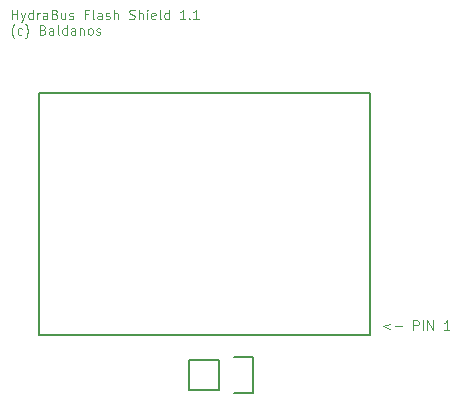
<source format=gto>
G04 #@! TF.FileFunction,Legend,Top*
%FSLAX46Y46*%
G04 Gerber Fmt 4.6, Leading zero omitted, Abs format (unit mm)*
G04 Created by KiCad (PCBNEW 4.0.6) date 08/06/17 17:06:55*
%MOMM*%
%LPD*%
G01*
G04 APERTURE LIST*
%ADD10C,0.100000*%
%ADD11C,0.120000*%
%ADD12C,0.150000*%
%ADD13C,1.400000*%
%ADD14C,3.500000*%
%ADD15R,2.127200X2.127200*%
%ADD16O,2.127200X2.127200*%
%ADD17R,2.432000X2.432000*%
%ADD18O,2.432000X2.432000*%
G04 APERTURE END LIST*
D10*
D11*
X149171524Y-104022571D02*
X148562000Y-104251143D01*
X149171524Y-104479714D01*
X149552476Y-104251143D02*
X150162000Y-104251143D01*
X151152476Y-104555905D02*
X151152476Y-103755905D01*
X151457238Y-103755905D01*
X151533429Y-103794000D01*
X151571524Y-103832095D01*
X151609619Y-103908286D01*
X151609619Y-104022571D01*
X151571524Y-104098762D01*
X151533429Y-104136857D01*
X151457238Y-104174952D01*
X151152476Y-104174952D01*
X151952476Y-104555905D02*
X151952476Y-103755905D01*
X152333428Y-104555905D02*
X152333428Y-103755905D01*
X152790571Y-104555905D01*
X152790571Y-103755905D01*
X154200095Y-104555905D02*
X153742952Y-104555905D01*
X153971523Y-104555905D02*
X153971523Y-103755905D01*
X153895333Y-103870190D01*
X153819142Y-103946381D01*
X153742952Y-103984476D01*
X117135476Y-78241905D02*
X117135476Y-77441905D01*
X117135476Y-77822857D02*
X117592619Y-77822857D01*
X117592619Y-78241905D02*
X117592619Y-77441905D01*
X117897381Y-77708571D02*
X118087857Y-78241905D01*
X118278333Y-77708571D02*
X118087857Y-78241905D01*
X118011666Y-78432381D01*
X117973571Y-78470476D01*
X117897381Y-78508571D01*
X118925952Y-78241905D02*
X118925952Y-77441905D01*
X118925952Y-78203810D02*
X118849762Y-78241905D01*
X118697381Y-78241905D01*
X118621190Y-78203810D01*
X118583095Y-78165714D01*
X118545000Y-78089524D01*
X118545000Y-77860952D01*
X118583095Y-77784762D01*
X118621190Y-77746667D01*
X118697381Y-77708571D01*
X118849762Y-77708571D01*
X118925952Y-77746667D01*
X119306905Y-78241905D02*
X119306905Y-77708571D01*
X119306905Y-77860952D02*
X119345000Y-77784762D01*
X119383096Y-77746667D01*
X119459286Y-77708571D01*
X119535477Y-77708571D01*
X120145000Y-78241905D02*
X120145000Y-77822857D01*
X120106905Y-77746667D01*
X120030715Y-77708571D01*
X119878334Y-77708571D01*
X119802143Y-77746667D01*
X120145000Y-78203810D02*
X120068810Y-78241905D01*
X119878334Y-78241905D01*
X119802143Y-78203810D01*
X119764048Y-78127619D01*
X119764048Y-78051429D01*
X119802143Y-77975238D01*
X119878334Y-77937143D01*
X120068810Y-77937143D01*
X120145000Y-77899048D01*
X120792620Y-77822857D02*
X120906906Y-77860952D01*
X120945001Y-77899048D01*
X120983096Y-77975238D01*
X120983096Y-78089524D01*
X120945001Y-78165714D01*
X120906906Y-78203810D01*
X120830715Y-78241905D01*
X120525953Y-78241905D01*
X120525953Y-77441905D01*
X120792620Y-77441905D01*
X120868810Y-77480000D01*
X120906906Y-77518095D01*
X120945001Y-77594286D01*
X120945001Y-77670476D01*
X120906906Y-77746667D01*
X120868810Y-77784762D01*
X120792620Y-77822857D01*
X120525953Y-77822857D01*
X121668810Y-77708571D02*
X121668810Y-78241905D01*
X121325953Y-77708571D02*
X121325953Y-78127619D01*
X121364048Y-78203810D01*
X121440239Y-78241905D01*
X121554525Y-78241905D01*
X121630715Y-78203810D01*
X121668810Y-78165714D01*
X122011668Y-78203810D02*
X122087858Y-78241905D01*
X122240239Y-78241905D01*
X122316430Y-78203810D01*
X122354525Y-78127619D01*
X122354525Y-78089524D01*
X122316430Y-78013333D01*
X122240239Y-77975238D01*
X122125954Y-77975238D01*
X122049763Y-77937143D01*
X122011668Y-77860952D01*
X122011668Y-77822857D01*
X122049763Y-77746667D01*
X122125954Y-77708571D01*
X122240239Y-77708571D01*
X122316430Y-77746667D01*
X123573573Y-77822857D02*
X123306906Y-77822857D01*
X123306906Y-78241905D02*
X123306906Y-77441905D01*
X123687859Y-77441905D01*
X124106906Y-78241905D02*
X124030715Y-78203810D01*
X123992620Y-78127619D01*
X123992620Y-77441905D01*
X124754525Y-78241905D02*
X124754525Y-77822857D01*
X124716430Y-77746667D01*
X124640240Y-77708571D01*
X124487859Y-77708571D01*
X124411668Y-77746667D01*
X124754525Y-78203810D02*
X124678335Y-78241905D01*
X124487859Y-78241905D01*
X124411668Y-78203810D01*
X124373573Y-78127619D01*
X124373573Y-78051429D01*
X124411668Y-77975238D01*
X124487859Y-77937143D01*
X124678335Y-77937143D01*
X124754525Y-77899048D01*
X125097383Y-78203810D02*
X125173573Y-78241905D01*
X125325954Y-78241905D01*
X125402145Y-78203810D01*
X125440240Y-78127619D01*
X125440240Y-78089524D01*
X125402145Y-78013333D01*
X125325954Y-77975238D01*
X125211669Y-77975238D01*
X125135478Y-77937143D01*
X125097383Y-77860952D01*
X125097383Y-77822857D01*
X125135478Y-77746667D01*
X125211669Y-77708571D01*
X125325954Y-77708571D01*
X125402145Y-77746667D01*
X125783097Y-78241905D02*
X125783097Y-77441905D01*
X126125954Y-78241905D02*
X126125954Y-77822857D01*
X126087859Y-77746667D01*
X126011669Y-77708571D01*
X125897383Y-77708571D01*
X125821192Y-77746667D01*
X125783097Y-77784762D01*
X127078336Y-78203810D02*
X127192622Y-78241905D01*
X127383098Y-78241905D01*
X127459288Y-78203810D01*
X127497384Y-78165714D01*
X127535479Y-78089524D01*
X127535479Y-78013333D01*
X127497384Y-77937143D01*
X127459288Y-77899048D01*
X127383098Y-77860952D01*
X127230717Y-77822857D01*
X127154526Y-77784762D01*
X127116431Y-77746667D01*
X127078336Y-77670476D01*
X127078336Y-77594286D01*
X127116431Y-77518095D01*
X127154526Y-77480000D01*
X127230717Y-77441905D01*
X127421193Y-77441905D01*
X127535479Y-77480000D01*
X127878336Y-78241905D02*
X127878336Y-77441905D01*
X128221193Y-78241905D02*
X128221193Y-77822857D01*
X128183098Y-77746667D01*
X128106908Y-77708571D01*
X127992622Y-77708571D01*
X127916431Y-77746667D01*
X127878336Y-77784762D01*
X128602146Y-78241905D02*
X128602146Y-77708571D01*
X128602146Y-77441905D02*
X128564051Y-77480000D01*
X128602146Y-77518095D01*
X128640241Y-77480000D01*
X128602146Y-77441905D01*
X128602146Y-77518095D01*
X129287860Y-78203810D02*
X129211670Y-78241905D01*
X129059289Y-78241905D01*
X128983098Y-78203810D01*
X128945003Y-78127619D01*
X128945003Y-77822857D01*
X128983098Y-77746667D01*
X129059289Y-77708571D01*
X129211670Y-77708571D01*
X129287860Y-77746667D01*
X129325955Y-77822857D01*
X129325955Y-77899048D01*
X128945003Y-77975238D01*
X129783098Y-78241905D02*
X129706907Y-78203810D01*
X129668812Y-78127619D01*
X129668812Y-77441905D01*
X130430717Y-78241905D02*
X130430717Y-77441905D01*
X130430717Y-78203810D02*
X130354527Y-78241905D01*
X130202146Y-78241905D01*
X130125955Y-78203810D01*
X130087860Y-78165714D01*
X130049765Y-78089524D01*
X130049765Y-77860952D01*
X130087860Y-77784762D01*
X130125955Y-77746667D01*
X130202146Y-77708571D01*
X130354527Y-77708571D01*
X130430717Y-77746667D01*
X131840242Y-78241905D02*
X131383099Y-78241905D01*
X131611670Y-78241905D02*
X131611670Y-77441905D01*
X131535480Y-77556190D01*
X131459289Y-77632381D01*
X131383099Y-77670476D01*
X132183099Y-78165714D02*
X132221194Y-78203810D01*
X132183099Y-78241905D01*
X132145004Y-78203810D01*
X132183099Y-78165714D01*
X132183099Y-78241905D01*
X132983099Y-78241905D02*
X132525956Y-78241905D01*
X132754527Y-78241905D02*
X132754527Y-77441905D01*
X132678337Y-77556190D01*
X132602146Y-77632381D01*
X132525956Y-77670476D01*
X117364048Y-79866667D02*
X117325952Y-79828571D01*
X117249762Y-79714286D01*
X117211667Y-79638095D01*
X117173571Y-79523810D01*
X117135476Y-79333333D01*
X117135476Y-79180952D01*
X117173571Y-78990476D01*
X117211667Y-78876190D01*
X117249762Y-78800000D01*
X117325952Y-78685714D01*
X117364048Y-78647619D01*
X118011666Y-79523810D02*
X117935476Y-79561905D01*
X117783095Y-79561905D01*
X117706904Y-79523810D01*
X117668809Y-79485714D01*
X117630714Y-79409524D01*
X117630714Y-79180952D01*
X117668809Y-79104762D01*
X117706904Y-79066667D01*
X117783095Y-79028571D01*
X117935476Y-79028571D01*
X118011666Y-79066667D01*
X118278333Y-79866667D02*
X118316428Y-79828571D01*
X118392618Y-79714286D01*
X118430714Y-79638095D01*
X118468809Y-79523810D01*
X118506904Y-79333333D01*
X118506904Y-79180952D01*
X118468809Y-78990476D01*
X118430714Y-78876190D01*
X118392618Y-78800000D01*
X118316428Y-78685714D01*
X118278333Y-78647619D01*
X119764047Y-79142857D02*
X119878333Y-79180952D01*
X119916428Y-79219048D01*
X119954523Y-79295238D01*
X119954523Y-79409524D01*
X119916428Y-79485714D01*
X119878333Y-79523810D01*
X119802142Y-79561905D01*
X119497380Y-79561905D01*
X119497380Y-78761905D01*
X119764047Y-78761905D01*
X119840237Y-78800000D01*
X119878333Y-78838095D01*
X119916428Y-78914286D01*
X119916428Y-78990476D01*
X119878333Y-79066667D01*
X119840237Y-79104762D01*
X119764047Y-79142857D01*
X119497380Y-79142857D01*
X120640237Y-79561905D02*
X120640237Y-79142857D01*
X120602142Y-79066667D01*
X120525952Y-79028571D01*
X120373571Y-79028571D01*
X120297380Y-79066667D01*
X120640237Y-79523810D02*
X120564047Y-79561905D01*
X120373571Y-79561905D01*
X120297380Y-79523810D01*
X120259285Y-79447619D01*
X120259285Y-79371429D01*
X120297380Y-79295238D01*
X120373571Y-79257143D01*
X120564047Y-79257143D01*
X120640237Y-79219048D01*
X121135476Y-79561905D02*
X121059285Y-79523810D01*
X121021190Y-79447619D01*
X121021190Y-78761905D01*
X121783095Y-79561905D02*
X121783095Y-78761905D01*
X121783095Y-79523810D02*
X121706905Y-79561905D01*
X121554524Y-79561905D01*
X121478333Y-79523810D01*
X121440238Y-79485714D01*
X121402143Y-79409524D01*
X121402143Y-79180952D01*
X121440238Y-79104762D01*
X121478333Y-79066667D01*
X121554524Y-79028571D01*
X121706905Y-79028571D01*
X121783095Y-79066667D01*
X122506905Y-79561905D02*
X122506905Y-79142857D01*
X122468810Y-79066667D01*
X122392620Y-79028571D01*
X122240239Y-79028571D01*
X122164048Y-79066667D01*
X122506905Y-79523810D02*
X122430715Y-79561905D01*
X122240239Y-79561905D01*
X122164048Y-79523810D01*
X122125953Y-79447619D01*
X122125953Y-79371429D01*
X122164048Y-79295238D01*
X122240239Y-79257143D01*
X122430715Y-79257143D01*
X122506905Y-79219048D01*
X122887858Y-79028571D02*
X122887858Y-79561905D01*
X122887858Y-79104762D02*
X122925953Y-79066667D01*
X123002144Y-79028571D01*
X123116430Y-79028571D01*
X123192620Y-79066667D01*
X123230715Y-79142857D01*
X123230715Y-79561905D01*
X123725954Y-79561905D02*
X123649763Y-79523810D01*
X123611668Y-79485714D01*
X123573573Y-79409524D01*
X123573573Y-79180952D01*
X123611668Y-79104762D01*
X123649763Y-79066667D01*
X123725954Y-79028571D01*
X123840240Y-79028571D01*
X123916430Y-79066667D01*
X123954525Y-79104762D01*
X123992621Y-79180952D01*
X123992621Y-79409524D01*
X123954525Y-79485714D01*
X123916430Y-79523810D01*
X123840240Y-79561905D01*
X123725954Y-79561905D01*
X124297383Y-79523810D02*
X124373573Y-79561905D01*
X124525954Y-79561905D01*
X124602145Y-79523810D01*
X124640240Y-79447619D01*
X124640240Y-79409524D01*
X124602145Y-79333333D01*
X124525954Y-79295238D01*
X124411669Y-79295238D01*
X124335478Y-79257143D01*
X124297383Y-79180952D01*
X124297383Y-79142857D01*
X124335478Y-79066667D01*
X124411669Y-79028571D01*
X124525954Y-79028571D01*
X124602145Y-79066667D01*
D12*
X119440000Y-84470000D02*
X119940000Y-84470000D01*
X119440000Y-104970000D02*
X119940000Y-104970000D01*
X147440000Y-104970000D02*
X119940000Y-104970000D01*
X119440000Y-104970000D02*
X119440000Y-84470000D01*
X119940000Y-84470000D02*
X147440000Y-84470000D01*
X147440000Y-84470000D02*
X147440000Y-104970000D01*
X134725000Y-109655000D02*
X132185000Y-109655000D01*
X137545000Y-109935000D02*
X135995000Y-109935000D01*
X134725000Y-109655000D02*
X134725000Y-107115000D01*
X135995000Y-106835000D02*
X137545000Y-106835000D01*
X137545000Y-106835000D02*
X137545000Y-109935000D01*
X134725000Y-107115000D02*
X132185000Y-107115000D01*
X132185000Y-107115000D02*
X132185000Y-109655000D01*
%LPC*%
D13*
X140440000Y-100470000D03*
X142940000Y-99970000D03*
X145440000Y-99470000D03*
X140440000Y-98970000D03*
X142940000Y-98470000D03*
X145440000Y-97970000D03*
X140440000Y-97470000D03*
X142940000Y-96970000D03*
X145440000Y-96470000D03*
X140440000Y-95970000D03*
X142940000Y-95470000D03*
X145440000Y-94970000D03*
X140440000Y-94470000D03*
X142940000Y-93970000D03*
X145440000Y-93470000D03*
X140440000Y-92970000D03*
X142940000Y-92470000D03*
X145440000Y-91970000D03*
X140440000Y-91470000D03*
X142940000Y-90970000D03*
X145440000Y-90470000D03*
X140440000Y-89970000D03*
X142940000Y-89470000D03*
X145440000Y-88970000D03*
X126440000Y-88970000D03*
X123940000Y-89470000D03*
X121440000Y-89970000D03*
X126440000Y-90470000D03*
X123940000Y-90970000D03*
X121440000Y-91470000D03*
X126440000Y-91970000D03*
X123940000Y-92470000D03*
X121440000Y-92970000D03*
X126440000Y-93470000D03*
X123940000Y-93970000D03*
X121440000Y-94470000D03*
X126440000Y-94970000D03*
X123940000Y-95470000D03*
X121440000Y-95970000D03*
X126440000Y-96470000D03*
X123940000Y-96970000D03*
X121440000Y-97470000D03*
X126440000Y-97970000D03*
X123940000Y-98470000D03*
X121440000Y-98970000D03*
X126440000Y-99470000D03*
X123940000Y-99970000D03*
X121440000Y-100470000D03*
D14*
X124440000Y-102970000D03*
X142940000Y-86470000D03*
D15*
X143361000Y-109528000D03*
D16*
X143361000Y-106988000D03*
X145901000Y-109528000D03*
X145901000Y-106988000D03*
X148441000Y-109528000D03*
X148441000Y-106988000D03*
X150981000Y-109528000D03*
X150981000Y-106988000D03*
X153521000Y-109528000D03*
X153521000Y-106988000D03*
X156061000Y-109528000D03*
X156061000Y-106988000D03*
X158601000Y-109528000D03*
X158601000Y-106988000D03*
X161141000Y-109528000D03*
X161141000Y-106988000D03*
X163681000Y-109528000D03*
X163681000Y-106988000D03*
X166221000Y-109528000D03*
X166221000Y-106988000D03*
D15*
X171809000Y-101908000D03*
D16*
X169269000Y-101908000D03*
X171809000Y-99368000D03*
X169269000Y-99368000D03*
X171809000Y-96828000D03*
X169269000Y-96828000D03*
X171809000Y-94288000D03*
X169269000Y-94288000D03*
X171809000Y-91748000D03*
X169269000Y-91748000D03*
X171809000Y-89208000D03*
X169269000Y-89208000D03*
X171809000Y-86668000D03*
X169269000Y-86668000D03*
D15*
X153521000Y-84826500D03*
D16*
X156061000Y-84826500D03*
X158601000Y-84826500D03*
X161141000Y-84826500D03*
X163681000Y-84826500D03*
X166221000Y-84826500D03*
D15*
X143361000Y-81588000D03*
D16*
X143361000Y-79048000D03*
X145901000Y-81588000D03*
X145901000Y-79048000D03*
X148441000Y-81588000D03*
X148441000Y-79048000D03*
X150981000Y-81588000D03*
X150981000Y-79048000D03*
X153521000Y-81588000D03*
X153521000Y-79048000D03*
X156061000Y-81588000D03*
X156061000Y-79048000D03*
X158601000Y-81588000D03*
X158601000Y-79048000D03*
X161141000Y-81588000D03*
X161141000Y-79048000D03*
X163681000Y-81588000D03*
X163681000Y-79048000D03*
X166221000Y-81588000D03*
X166221000Y-79048000D03*
D17*
X135995000Y-108385000D03*
D18*
X133455000Y-108385000D03*
M02*

</source>
